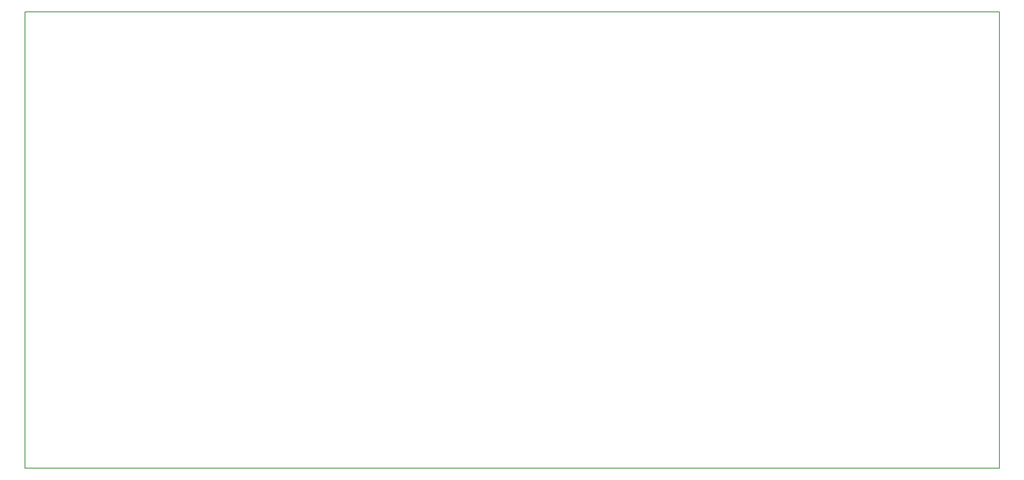
<source format=gbr>
%TF.GenerationSoftware,KiCad,Pcbnew,6.0.1-79c1e3a40b~116~ubuntu21.10.1*%
%TF.CreationDate,2022-01-27T16:20:25+01:00*%
%TF.ProjectId,dual_register,6475616c-5f72-4656-9769-737465722e6b,rev?*%
%TF.SameCoordinates,Original*%
%TF.FileFunction,Profile,NP*%
%FSLAX46Y46*%
G04 Gerber Fmt 4.6, Leading zero omitted, Abs format (unit mm)*
G04 Created by KiCad (PCBNEW 6.0.1-79c1e3a40b~116~ubuntu21.10.1) date 2022-01-27 16:20:25*
%MOMM*%
%LPD*%
G01*
G04 APERTURE LIST*
%TA.AperFunction,Profile*%
%ADD10C,0.200000*%
%TD*%
G04 APERTURE END LIST*
D10*
X21710000Y-17205000D02*
X223210000Y-17205000D01*
X223210000Y-17205000D02*
X223210000Y-111705000D01*
X223210000Y-111705000D02*
X21710000Y-111705000D01*
X21710000Y-111705000D02*
X21710000Y-17205000D01*
M02*

</source>
